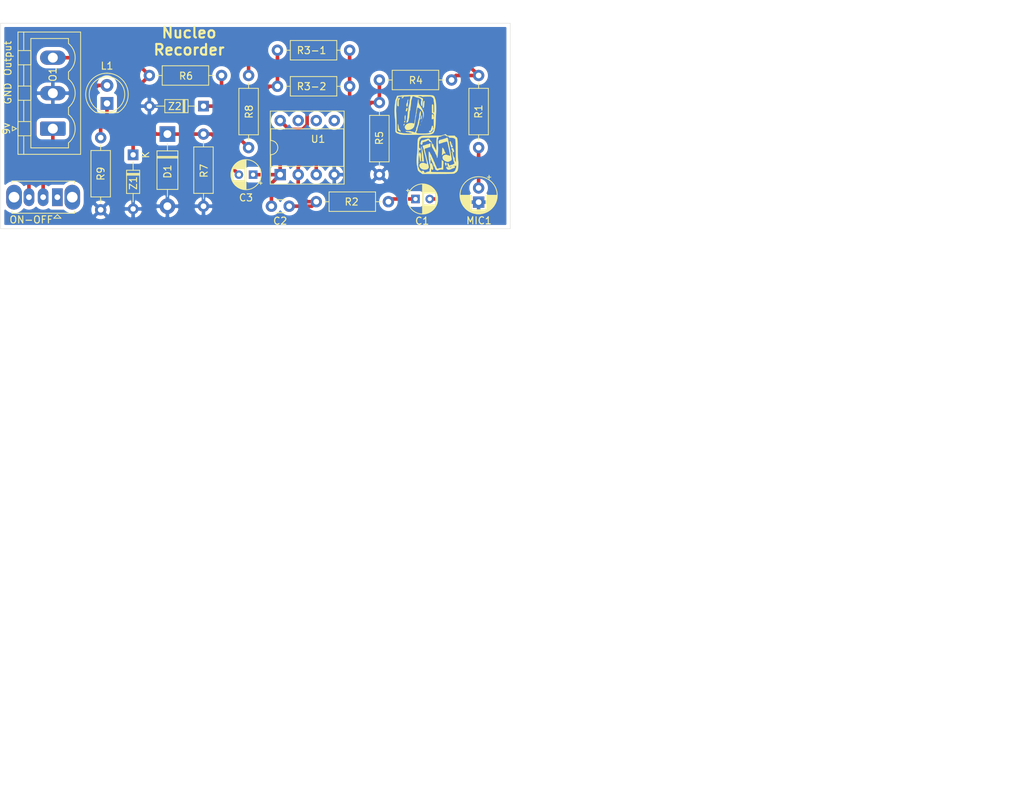
<source format=kicad_pcb>
(kicad_pcb (version 20211014) (generator pcbnew)
  (title_block (title "Microfono") (date "2019-12-05") (rev "1.0"))
  (layers (0 "F.Cu" signal) (31 "B.Cu" signal) (34 "B.Paste" user) (35 "F.Paste" user) (36 "B.SilkS" user "B.Silkscreen") (37 "F.SilkS" user "F.Silkscreen") (38 "B.Mask" user) (39 "F.Mask" user) (44 "Edge.Cuts" user))
  (net 0 "")
  (net 1 "Net-(C1-Pad1)")
  (net 2 "Net-(C1-Pad2)")
  (net 3 "Net-(C2-Pad1)")
  (net 4 "Net-(C2-Pad2)")
  (net 5 "Net-(C3-Pad2)")
  (net 6 "GND")
  (net 7 "+9V")
  (net 8 "Net-(R4-Pad1)")
  (net 9 "Net-(R6-Pad2)")
  (net 10 "Net-(O1-Pad1)")
  (net 11 "Net-(L1-Pad1)")
  (net 12 "Net-(SW1-Pad1)")
  (footprint "Capacitor_THT:CP_Radial_D4.0mm_P2.00mm" (layer "F.Cu") (at 161.29 114.3)
    (fp_text reference "C1" (at 0.9398 3.0988) (layer "F.SilkS"))
    (fp_text value "4.7µF")
    (pad "1" thru_hole rect locked (at 0 0) (size 1.2 1.2) (drill 0.6) (layers *.Cu *.Mask) (net 1 "Net-(C1-Pad1)"))
    (pad "2" thru_hole circle locked (at 2 0) (size 1.2 1.2) (drill 0.6) (layers *.Cu *.Mask) (net 2 "Net-(C1-Pad2)"))
  )
  (footprint "Capacitor_THT:C_Disc_D3.0mm_W1.6mm_P2.50mm" (layer "F.Cu") (at 143.51 115.316 180)
    (fp_text reference "C2" (at 1.27 -2.0828) (layer "F.SilkS"))
    (fp_text value "10pF")
    (pad "1" thru_hole circle locked (at 0 0 180) (size 1.6 1.6) (drill 0.8) (layers *.Cu *.Mask) (net 3 "Net-(C2-Pad1)"))
    (pad "2" thru_hole circle locked (at 2.5 0 180) (size 1.6 1.6) (drill 0.8) (layers *.Cu *.Mask) (net 4 "Net-(C2-Pad2)"))
  )
  (footprint "Capacitor_THT:CP_Radial_D4.0mm_P2.00mm" (layer "F.Cu") (at 138.43 110.871 180)
    (fp_text reference "C3" (at 1 -3.25) (layer "F.SilkS"))
    (fp_text value "4.7µF")
    (pad "1" thru_hole rect locked (at 0 0 180) (size 1.2 1.2) (drill 0.6) (layers *.Cu *.Mask) (net 4 "Net-(C2-Pad2)"))
    (pad "2" thru_hole circle locked (at 2 0 180) (size 1.2 1.2) (drill 0.6) (layers *.Cu *.Mask) (net 5 "Net-(C3-Pad2)"))
  )
  (footprint "Diode_THT:D_DO-41_SOD81_P10.16mm_Horizontal" (layer "F.Cu") (at 126.365 105.156 -90)
    (fp_text reference "D1" (at 5.2832 -0.0254 90) (layer "F.SilkS"))
    (fp_text value "1N5819")
    (pad "1" thru_hole rect locked (at 0 0 270) (size 2.2 2.2) (drill 1.1) (layers *.Cu *.Mask) (net 5 "Net-(C3-Pad2)"))
    (pad "2" thru_hole oval locked (at 10.16 0 270) (size 2.2 2.2) (drill 1.1) (layers *.Cu *.Mask) (net 6 "GND"))
  )
  (footprint "Capacitor_THT:CP_Radial_D5.0mm_P2.00mm" (layer "F.Cu") (at 170.18 112.776 -90)
    (fp_text reference "MIC1" (at 4.572 -0.0508 180) (layer "F.SilkS"))
    (fp_text value "Microphone")
    (pad "1" thru_hole rect locked (at 1.9685 0 90) (size 1.6 1.6) (drill 0.8) (layers *.Cu *.Mask) (net 6 "GND"))
    (pad "2" thru_hole circle locked (at -0.0315 0 90) (size 1.6 1.6) (drill 0.8) (layers *.Cu *.Mask) (net 2 "Net-(C1-Pad2)"))
  )
  (footprint "Resistor_THT:R_Axial_DIN0207_L6.3mm_D2.5mm_P10.16mm_Horizontal" (layer "F.Cu") (at 170.18 107.061 90)
    (fp_text reference "R1" (at 5.08 0 90) (layer "F.SilkS"))
    (fp_text value "1k")
    (pad "1" thru_hole circle locked (at 0 0 90) (size 1.6 1.6) (drill 0.8) (layers *.Cu *.Mask) (net 2 "Net-(C1-Pad2)"))
    (pad "2" thru_hole oval locked (at 10.16 0 90) (size 1.6 1.6) (drill 0.8) (layers *.Cu *.Mask) (net 7 "+9V"))
  )
  (footprint "Resistor_THT:R_Axial_DIN0207_L6.3mm_D2.5mm_P10.16mm_Horizontal" (layer "F.Cu") (at 147.32 114.681)
    (fp_text reference "R2" (at 4.9784 0.0254) (layer "F.SilkS"))
    (fp_text value "1k")
    (pad "1" thru_hole circle locked (at 0 0) (size 1.6 1.6) (drill 0.8) (layers *.Cu *.Mask) (net 3 "Net-(C2-Pad1)"))
    (pad "2" thru_hole oval locked (at 10.16 0) (size 1.6 1.6) (drill 0.8) (layers *.Cu *.Mask) (net 1 "Net-(C1-Pad1)"))
  )
  (footprint "Resistor_THT:R_Axial_DIN0207_L6.3mm_D2.5mm_P10.16mm_Horizontal" (layer "F.Cu") (at 152.019 98.425 180)
    (fp_text reference "R3-2" (at 5.3594 -0.0254) (layer "F.SilkS"))
    (fp_text value "100k")
    (pad "1" thru_hole circle locked (at 0 0 180) (size 1.6 1.6) (drill 0.8) (layers *.Cu *.Mask) (net 3 "Net-(C2-Pad1)"))
    (pad "2" thru_hole oval locked (at 10.16 0 180) (size 1.6 1.6) (drill 0.8) (layers *.Cu *.Mask) (net 4 "Net-(C2-Pad2)"))
  )
  (footprint "Resistor_THT:R_Axial_DIN0207_L6.3mm_D2.5mm_P10.16mm_Horizontal" (layer "F.Cu") (at 156.21 97.536)
    (fp_text reference "R4" (at 5.1308 0.0508) (layer "F.SilkS"))
    (fp_text value "5k1")
    (pad "1" thru_hole circle locked (at 0 0) (size 1.6 1.6) (drill 0.8) (layers *.Cu *.Mask) (net 8 "Net-(R4-Pad1)"))
    (pad "2" thru_hole oval locked (at 10.16 0) (size 1.6 1.6) (drill 0.8) (layers *.Cu *.Mask) (net 7 "+9V"))
  )
  (footprint "Resistor_THT:R_Axial_DIN0207_L6.3mm_D2.5mm_P10.16mm_Horizontal" (layer "F.Cu") (at 156.21 110.871 90)
    (fp_text reference "R5" (at 5.1562 0 90) (layer "F.SilkS"))
    (fp_text value "5k1")
    (pad "1" thru_hole circle locked (at 0 0 90) (size 1.6 1.6) (drill 0.8) (layers *.Cu *.Mask) (net 6 "GND"))
    (pad "2" thru_hole oval locked (at 10.16 0 90) (size 1.6 1.6) (drill 0.8) (layers *.Cu *.Mask) (net 8 "Net-(R4-Pad1)"))
  )
  (footprint "Resistor_THT:R_Axial_DIN0207_L6.3mm_D2.5mm_P10.16mm_Horizontal" (layer "F.Cu") (at 123.825 96.901)
    (fp_text reference "R6" (at 5.1562 0.0762) (layer "F.SilkS"))
    (fp_text value "10k")
    (pad "1" thru_hole circle locked (at 0 0) (size 1.6 1.6) (drill 0.8) (layers *.Cu *.Mask) (net 5 "Net-(C3-Pad2)"))
    (pad "2" thru_hole oval locked (at 10.16 0) (size 1.6 1.6) (drill 0.8) (layers *.Cu *.Mask) (net 9 "Net-(R6-Pad2)"))
  )
  (footprint "Resistor_THT:R_Axial_DIN0207_L6.3mm_D2.5mm_P10.16mm_Horizontal" (layer "F.Cu") (at 131.445 105.156 -90)
    (fp_text reference "R7" (at 5.1816 -0.0762 90) (layer "F.SilkS"))
    (fp_text value "10k")
    (pad "1" thru_hole circle locked (at 0 0 270) (size 1.6 1.6) (drill 0.8) (layers *.Cu *.Mask) (net 5 "Net-(C3-Pad2)"))
    (pad "2" thru_hole oval locked (at 10.16 0 270) (size 1.6 1.6) (drill 0.8) (layers *.Cu *.Mask) (net 6 "GND"))
  )
  (footprint "Resistor_THT:R_Axial_DIN0207_L6.3mm_D2.5mm_P10.16mm_Horizontal" (layer "F.Cu") (at 137.795 96.901 -90)
    (fp_text reference "R8" (at 5.1054 -0.0762 90) (layer "F.SilkS"))
    (fp_text value "2k")
    (pad "1" thru_hole circle locked (at 0 0 270) (size 1.6 1.6) (drill 0.8) (layers *.Cu *.Mask) (net 7 "+9V"))
    (pad "2" thru_hole oval locked (at 10.16 0 270) (size 1.6 1.6) (drill 0.8) (layers *.Cu *.Mask) (net 9 "Net-(R6-Pad2)"))
  )
  (footprint "Diode_THT:D_DO-34_SOD68_P7.62mm_Horizontal" (layer "F.Cu") (at 121.539 108.077 -90)
    (fp_text reference "Z1" (at 3.9878 -0.0254 90) (layer "F.SilkS"))
    (fp_text value "3v")
    (fp_text user "K" (at 0 -1.75 90) (layer "F.SilkS"))
    (pad "1" thru_hole rect locked (at 0 0 270) (size 1.5 1.5) (drill 0.75) (layers *.Cu *.Mask) (net 5 "Net-(C3-Pad2)"))
    (pad "2" thru_hole oval locked (at 7.62 0 270) (size 1.5 1.5) (drill 0.75) (layers *.Cu *.Mask) (net 6 "GND"))
  )
  (footprint "Connector_Phoenix_MSTB:PhoenixContact_MSTBVA_2,5_3-G_1x03_P5.00mm_Vertical" (layer "F.Cu") (at 110.236 104.394 90)
    (fp_text reference "O1" (at 7.62 0 90) (layer "F.SilkS"))
    (fp_text value "Output" (at 9.906 -6.35 90) (layer "F.SilkS"))
    (pad "1" thru_hole roundrect locked (at 0 0 90) (size 2 3.6) (drill 1.4) (layers *.Cu *.Mask) (roundrect_rratio 0.125) (net 10 "Net-(O1-Pad1)"))
    (pad "2" thru_hole oval locked (at 5 0 90) (size 2 3.6) (drill 1.4) (layers *.Cu *.Mask) (net 6 "GND"))
    (pad "3" thru_hole oval locked (at 10 0 90) (size 2 3.6) (drill 1.4) (layers *.Cu *.Mask) (net 5 "Net-(C3-Pad2)"))
  )
  (footprint "Diode_THT:D_DO-34_SOD68_P7.62mm_Horizontal" (layer "F.Cu") (at 131.445 101.219 180)
    (fp_text reference "Z2" (at 4.0386 -0.0254) (layer "F.SilkS"))
    (fp_text value "3v3")
    (pad "1" thru_hole rect locked (at 0 0 180) (size 1.5 1.5) (drill 0.75) (layers *.Cu *.Mask) (net 9 "Net-(R6-Pad2)"))
    (pad "2" thru_hole oval locked (at 7.62 0 180) (size 1.5 1.5) (drill 0.75) (layers *.Cu *.Mask) (net 6 "GND"))
  )
  (footprint "Resistor_THT:R_Axial_DIN0207_L6.3mm_D2.5mm_P10.16mm_Horizontal" (layer "F.Cu") (at 152.019 93.345 180)
    (fp_text reference "R3-1" (at 5.3594 -0.0254) (layer "F.SilkS"))
    (fp_text value "100k")
    (pad "1" thru_hole circle locked (at 0 0 180) (size 1.6 1.6) (drill 0.8) (layers *.Cu *.Mask) (net 3 "Net-(C2-Pad1)"))
    (pad "2" thru_hole oval locked (at 10.16 0 180) (size 1.6 1.6) (drill 0.8) (layers *.Cu *.Mask) (net 4 "Net-(C2-Pad2)"))
  )
  (footprint "Button_Switch_THT:SW_Slide_1P2T_CK_OS102011MS2Q" (layer "F.Cu") (at 110.871 114.046 180)
    (fp_text reference "ON-OFF" (at 3.683 -3.175 180) (layer "F.SilkS"))
    (fp_text value "SW_SPDT" hide)
    (pad "" thru_hole oval locked (at 6.1 0 180) (size 2.2 3.5) (drill 1.5) (layers *.Cu *.Mask))
    (pad "" thru_hole oval locked (at -2.1 0 180) (size 2.2 3.5) (drill 1.5) (layers *.Cu *.Mask))
    (pad "1" thru_hole rect locked (at 0 0 180) (size 1.5 2.5) (drill 0.8) (layers *.Cu *.Mask) (net 12 "Net-(SW1-Pad1)"))
    (pad "2" thru_hole oval locked (at 2 0 180) (size 1.5 2.5) (drill 0.8) (layers *.Cu *.Mask) (net 10 "Net-(O1-Pad1)"))
    (pad "3" thru_hole oval locked (at 4 0 180) (size 1.5 2.5) (drill 0.8) (layers *.Cu *.Mask) (net 7 "+9V"))
  )
  (footprint "LED_THT:LED_D5.0mm" (layer "F.Cu") (at 117.856 100.838 90)
    (fp_text reference "L1" (at 5.2832 0 180) (layer "F.SilkS"))
    (fp_text value "LED")
    (pad "1" thru_hole rect locked (at 0 0 90) (size 1.8 1.8) (drill 0.9) (layers *.Cu *.Mask) (net 11 "Net-(L1-Pad1)"))
    (pad "2" thru_hole circle locked (at 2.54 0 90) (size 1.8 1.8) (drill 0.9) (layers *.Cu *.Mask) (net 7 "+9V"))
  )
  (footprint "Resistor_THT:R_Axial_DIN0207_L6.3mm_D2.5mm_P10.16mm_Horizontal" (layer "F.Cu") (at 116.967 115.824 90)
    (fp_text reference "R9" (at 5.08 0.0254 270) (layer "F.SilkS"))
    (fp_text value "2k")
    (pad "1" thru_hole circle locked (at 0 0 90) (size 1.6 1.6) (drill 0.8) (layers *.Cu *.Mask) (net 6 "GND"))
    (pad "2" thru_hole oval locked (at 10.16 0 90) (size 1.6 1.6) (drill 0.8) (layers *.Cu *.Mask) (net 11 "Net-(L1-Pad1)"))
  )
  (footprint "Package_DIP:DIP-8_W7.62mm_Socket" (layer "F.Cu") (at 142.24 110.871 90)
    (fp_text reference "U1" (at 5.0038 5.334 180) (layer "F.SilkS"))
    (fp_text value "TL072CP")
    (pad "1" thru_hole rect locked (at 0 0 90) (size 1.6 1.6) (drill 0.8) (layers *.Cu *.Mask) (net 4 "Net-(C2-Pad2)"))
    (pad "2" thru_hole oval locked (at 0 2.54 90) (size 1.6 1.6) (drill 0.8) (layers *.Cu *.Mask) (net 3 "Net-(C2-Pad1)"))
    (pad "3" thru_hole oval locked (at 0 5.08 90) (size 1.6 1.6) (drill 0.8) (layers *.Cu *.Mask) (net 8 "Net-(R4-Pad1)"))
    (pad "4" thru_hole oval locked (at 0 7.62 90) (size 1.6 1.6) (drill 0.8) (layers *.Cu *.Mask) (net 6 "GND"))
    (pad "5" thru_hole oval locked (at 7.62 7.62 90) (size 1.6 1.6) (drill 0.8) (layers *.Cu *.Mask))
    (pad "6" thru_hole oval locked (at 7.62 5.08 90) (size 1.6 1.6) (drill 0.8) (layers *.Cu *.Mask))
    (pad "7" thru_hole oval locked (at 7.62 2.54 90) (size 1.6 1.6) (drill 0.8) (layers *.Cu *.Mask))
    (pad "8" thru_hole oval locked (at 7.62 0 90) (size 1.6 1.6) (drill 0.8) (layers *.Cu *.Mask) (net 7 "+9V"))
  )
  (footprint "Logo:IM" (layer "F.Cu") (at 162.9156 105.3084)
    (fp_text reference "G***" hide)
    (fp_text value "LOGO" hide)
  )
  (footprint "" (layer "F.Cu") (at 109.855 105.41)
    (fp_text reference "" (at 98.425 94.615) (layer "F.SilkS") (effects (font (size 1.27 1.27))))
    (fp_text value "" (at 98.425 94.615) (layer "F.SilkS") (effects (font (size 1.27 1.27))))
  )
  (footprint "" (layer "F.Cu") (at 148.336 99.822)
    (fp_text reference "" (at 98.425 94.615) (layer "F.SilkS") (effects (font (size 1.27 1.27))))
    (fp_text value "" (at 98.425 94.615) (layer "F.SilkS") (effects (font (size 1.27 1.27))))
  )
  (gr_line (start 102.87 118.491) (end 174.625 118.491) (layer "Edge.Cuts") (width 0.05))
  (gr_line (start 174.625 89.535) (end 174.625 118.491) (layer "Edge.Cuts") (width 0.05))
  (gr_line (start 102.87 118.491) (end 102.87 89.535) (layer "Edge.Cuts") (width 0.05))
  (gr_line (start 102.87 89.535) (end 174.625 89.535) (layer "Edge.Cuts") (width 0.05))
  (gr_text "9v" (at 103.6828 104.394 90) (layer "F.SilkS") (effects (font (size 1 1))))
  (gr_text "GND" (at 103.886 99.441 90) (layer "F.SilkS") (effects (font (size 1 1))))
  (gr_text "Nucleo\nRecorder" (at 129.413 92.075) (layer "F.SilkS") (effects (font (size 1.5 1.5) (thickness 0.3))))
  (segment (start 157.861 114.3) (end 157.48 114.681) (width 0.508) (layer "F.Cu") (net 1))
  (segment (start 161.29 114.3) (end 157.861 114.3) (width 0.508) (layer "F.Cu") (net 1))
  (segment (start 170.18 108.677) (end 170.18 112.7445) (width 0.508) (layer "F.Cu") (net 2))
  (segment (start 170.18 108.19237) (end 170.18 107.061) (width 0.508) (layer "F.Cu") (net 2))
  (segment (start 170.18 108.677) (end 170.18 108.19237) (width 0.508) (layer "F.Cu") (net 2))
  (segment (start 164.557 114.3) (end 163.29 114.3) (width 0.508) (layer "F.Cu") (net 2))
  (segment (start 170.18 108.677) (end 164.557 114.3) (width 0.508) (layer "F.Cu") (net 2))
  (segment (start 144.78 110.871) (end 144.78 109.73963) (width 0.508) (layer "F.Cu") (net 3))
  (segment (start 146.685 114.681) (end 146.05 114.681) (width 0.508) (layer "F.Cu") (net 3))
  (segment (start 147.33163 107.188) (end 151.384 107.188) (width 0.508) (layer "F.Cu") (net 3))
  (segment (start 151.384 107.188) (end 152.019 106.553) (width 0.508) (layer "F.Cu") (net 3))
  (segment (start 144.78 113.411) (end 144.78 112.776) (width 0.508) (layer "F.Cu") (net 3))
  (segment (start 143.51 115.316) (end 146.685 115.316) (width 0.508) (layer "F.Cu") (net 3))
  (segment (start 144.78 109.73963) (end 147.33163 107.188) (width 0.508) (layer "F.Cu") (net 3))
  (segment (start 152.019 93.345) (end 152.019 94.47637) (width 0.508) (layer "F.Cu") (net 3))
  (segment (start 146.685 115.316) (end 147.32 114.681) (width 0.508) (layer "F.Cu") (net 3))
  (segment (start 152.019 94.47637) (end 152.019 98.425) (width 0.508) (layer "F.Cu") (net 3))
  (segment (start 152.019 106.553) (end 152.019 98.425) (width 0.508) (layer "F.Cu") (net 3))
  (segment (start 147.32 114.681) (end 146.685 114.681) (width 0.508) (layer "F.Cu") (net 3))
  (segment (start 146.05 114.681) (end 144.78 113.411) (width 0.508) (layer "F.Cu") (net 3))
  (segment (start 144.78 112.776) (end 144.78 110.871) (width 0.508) (layer "F.Cu") (net 3))
  (segment (start 139.954 105.791) (end 142.24 108.077) (width 0.508) (layer "F.Cu") (net 4))
  (segment (start 140.716 98.425) (end 139.954 99.187) (width 0.508) (layer "F.Cu") (net 4))
  (segment (start 142.24 108.077) (end 142.24 110.871) (width 0.508) (layer "F.Cu") (net 4))
  (segment (start 139.954 99.187) (end 139.954 105.791) (width 0.508) (layer "F.Cu") (net 4))
  (segment (start 141.859 98.425) (end 140.716 98.425) (width 0.508) (layer "F.Cu") (net 4))
  (segment (start 141.01 112.101) (end 142.24 110.871) (width 0.508) (layer "F.Cu") (net 4))
  (segment (start 141.01 115.316) (end 141.01 112.101) (width 0.508) (layer "F.Cu") (net 4))
  (segment (start 141.859 94.47637) (end 141.859 98.425) (width 0.508) (layer "F.Cu") (net 4))
  (segment (start 138.43 110.871) (end 142.24 110.871) (width 0.508) (layer "F.Cu") (net 4))
  (segment (start 141.859 93.345) (end 141.859 94.47637) (width 0.508) (layer "F.Cu") (net 4))
  (segment (start 121.666 99.06) (end 123.825 96.901) (width 0.508) (layer "F.Cu") (net 5))
  (segment (start 123.825 96.901) (end 121.318 94.394) (width 0.508) (layer "F.Cu") (net 5))
  (segment (start 121.666 102.065) (end 121.666 99.06) (width 0.508) (layer "F.Cu") (net 5))
  (segment (start 124.757 105.156) (end 123.4147 103.8137) (width 0.508) (layer "F.Cu") (net 5))
  (segment (start 121.539 105.6894) (end 121.539 108.077) (width 0.508) (layer "F.Cu") (net 5))
  (segment (start 123.4147 103.8137) (end 121.666 102.065) (width 0.508) (layer "F.Cu") (net 5))
  (segment (start 133.985 106.56463) (end 133.985 108.426) (width 0.508) (layer "F.Cu") (net 5))
  (segment (start 133.985 106.56463) (end 132.57637 105.156) (width 0.508) (layer "F.Cu") (net 5))
  (segment (start 133.985 108.426) (end 136.43 110.871) (width 0.508) (layer "F.Cu") (net 5))
  (segment (start 121.318 94.394) (end 110.236 94.394) (width 0.508) (layer "F.Cu") (net 5))
  (segment (start 131.445 105.156) (end 130.31363 105.156) (width 0.508) (layer "F.Cu") (net 5))
  (segment (start 123.4147 103.8137) (end 121.539 105.6894) (width 0.508) (layer "F.Cu") (net 5))
  (segment (start 130.31363 105.156) (end 126.365 105.156) (width 0.508) (layer "F.Cu") (net 5))
  (segment (start 126.365 105.156) (end 124.757 105.156) (width 0.508) (layer "F.Cu") (net 5))
  (segment (start 132.57637 105.156) (end 131.445 105.156) (width 0.508) (layer "F.Cu") (net 5))
  (segment (start 121.285 92.075) (end 137.668 92.075) (width 0.508) (layer "F.Cu") (net 7))
  (segment (start 107.696 93.345) (end 109.982 91.059) (width 0.508) (layer "F.Cu") (net 7))
  (segment (start 143.494001 104.505001) (end 143.039999 104.050999) (width 0.508) (layer "F.Cu") (net 7))
  (segment (start 137.795 96.901) (end 137.795 95.377) (width 0.508) (layer "F.Cu") (net 7))
  (segment (start 107.696 101.727) (end 107.696 93.345) (width 0.508) (layer "F.Cu") (net 7))
  (segment (start 121.158 92.075) (end 120.142 91.059) (width 0.508) (layer "F.Cu") (net 7))
  (segment (start 143.039999 104.050999) (end 142.24 103.251) (width 0.508) (layer "F.Cu") (net 7))
  (segment (start 167.005 96.901) (end 166.37 97.536) (width 0.508) (layer "F.Cu") (net 7))
  (segment (start 146.034001 100.345999) (end 146.034001 103.852921) (width 0.508) (layer "F.Cu") (net 7))
  (segment (start 109.982 91.059) (end 120.142 91.059) (width 0.508) (layer "F.Cu") (net 7))
  (segment (start 117.856 98.298) (end 116.583208 98.298) (width 0.508) (layer "F.Cu") (net 7))
  (segment (start 164.338 91.059) (end 170.18 96.901) (width 0.508) (layer "F.Cu") (net 7))
  (segment (start 137.795 95.377) (end 137.795 92.202) (width 0.508) (layer "F.Cu") (net 7))
  (segment (start 113.154208 101.727) (end 107.696 101.727) (width 0.508) (layer "F.Cu") (net 7))
  (segment (start 140.208 91.186) (end 147.102285 91.149715) (width 0.508) (layer "F.Cu") (net 7))
  (segment (start 107.696 109.982) (end 106.871 110.807) (width 0.508) (layer "F.Cu") (net 7))
  (segment (start 146.034001 103.852921) (end 145.381921 104.505001) (width 0.508) (layer "F.Cu") (net 7))
  (segment (start 139.319 92.075) (end 140.208 91.186) (width 0.508) (layer "F.Cu") (net 7))
  (segment (start 145.381921 104.505001) (end 143.494001 104.505001) (width 0.508) (layer "F.Cu") (net 7))
  (segment (start 137.668 92.075) (end 139.319 92.075) (width 0.508) (layer "F.Cu") (net 7))
  (segment (start 116.583208 98.298) (end 113.154208 101.727) (width 0.508) (layer "F.Cu") (net 7))
  (segment (start 147.102285 91.149715) (end 147.102285 99.277715) (width 0.508) (layer "F.Cu") (net 7))
  (segment (start 170.18 96.901) (end 167.005 96.901) (width 0.508) (layer "F.Cu") (net 7))
  (segment (start 147.102285 99.277715) (end 146.034001 100.345999) (width 0.508) (layer "F.Cu") (net 7))
  (segment (start 147.102285 91.149715) (end 164.338 91.059) (width 0.508) (layer "F.Cu") (net 7))
  (segment (start 107.696 109.982) (end 107.696 101.727) (width 0.508) (layer "F.Cu") (net 7))
  (segment (start 106.871 110.807) (end 106.871 114.046) (width 0.508) (layer "F.Cu") (net 7))
  (segment (start 137.668 92.075) (end 137.795 92.202) (width 0.508) (layer "F.Cu") (net 7))
  (segment (start 147.32 108.966) (end 147.32 110.871) (width 0.508) (layer "F.Cu") (net 8))
  (segment (start 155.07863 100.711) (end 153.035 102.75463) (width 0.508) (layer "F.Cu") (net 8))
  (segment (start 153.035 102.75463) (end 153.035 107.061) (width 0.508) (layer "F.Cu") (net 8))
  (segment (start 153.035 107.061) (end 151.765 108.331) (width 0.508) (layer "F.Cu") (net 8))
  (segment (start 151.765 108.331) (end 147.955 108.331) (width 0.508) (layer "F.Cu") (net 8))
  (segment (start 156.21 97.536) (end 156.21 100.711) (width 0.508) (layer "F.Cu") (net 8))
  (segment (start 147.955 108.331) (end 147.32 108.966) (width 0.508) (layer "F.Cu") (net 8))
  (segment (start 156.21 100.711) (end 155.07863 100.711) (width 0.508) (layer "F.Cu") (net 8))
  (segment (start 133.985 101.219) (end 133.985 103.251) (width 0.508) (layer "F.Cu") (net 9))
  (segment (start 132.703 101.219) (end 133.985 101.219) (width 0.508) (layer "F.Cu") (net 9))
  (segment (start 133.985 103.251) (end 137.795 107.061) (width 0.508) (layer "F.Cu") (net 9))
  (segment (start 131.445 101.219) (end 132.703 101.219) (width 0.508) (layer "F.Cu") (net 9))
  (segment (start 133.985 96.901) (end 133.985 101.219) (width 0.508) (layer "F.Cu") (net 9))
  (segment (start 110.236 109.982) (end 110.236 104.394) (width 0.508) (layer "F.Cu") (net 10))
  (segment (start 108.871 111.347) (end 108.871 114.046) (width 0.508) (layer "F.Cu") (net 10))
  (segment (start 110.236 109.982) (end 108.871 111.347) (width 0.508) (layer "F.Cu") (net 10))
  (segment (start 108.839 114.649) (end 108.871 114.681) (width 0.508) (layer "F.Cu") (net 10))
  (segment (start 116.967 104.267) (end 117.856 103.378) (width 0.508) (layer "F.Cu") (net 11))
  (segment (start 117.856 103.378) (end 117.856 100.838) (width 0.508) (layer "F.Cu") (net 11))
  (segment (start 116.967 105.664) (end 116.967 104.267) (width 0.508) (layer "F.Cu") (net 11))
  (zone (net 6) (net_name "GND") (layer "B.Cu") (connect_pads (clearance 0.508)) (min_thickness 0.254) (fill yes (thermal_gap 0.508) (thermal_bridge_width 0.508))
    (polygon (pts (xy 174.625 118.491) (xy 102.87 118.491) (xy 102.87 89.535) (xy 174.625 89.535)))
  )
)
</source>
